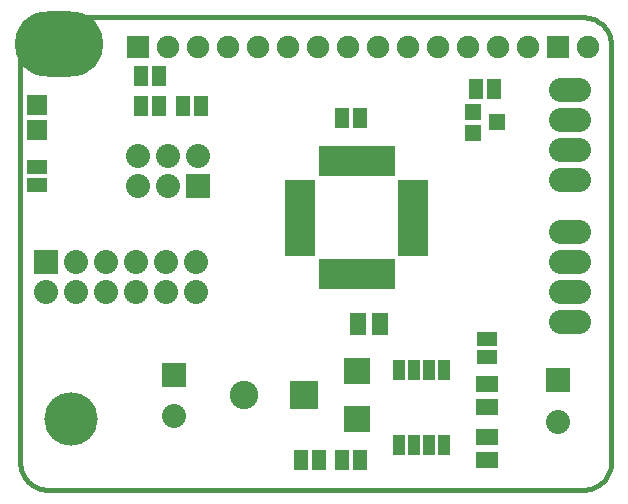
<source format=gbs>
G04 (created by PCBNEW-RS274X (2012-apr-16-27)-stable) date Sun 20 Jan 2013 09:00:02 PM CET*
G01*
G70*
G90*
%MOIN*%
G04 Gerber Fmt 3.4, Leading zero omitted, Abs format*
%FSLAX34Y34*%
G04 APERTURE LIST*
%ADD10C,0.006000*%
%ADD11C,0.015000*%
%ADD12R,0.037700X0.098700*%
%ADD13R,0.098700X0.037700*%
%ADD14R,0.056000X0.056000*%
%ADD15R,0.040000X0.065000*%
%ADD16R,0.075000X0.055000*%
%ADD17R,0.055000X0.075000*%
%ADD18R,0.045000X0.065000*%
%ADD19R,0.065000X0.045000*%
%ADD20R,0.075000X0.075000*%
%ADD21C,0.075000*%
%ADD22R,0.080000X0.080000*%
%ADD23C,0.080000*%
%ADD24R,0.067200X0.067200*%
%ADD25R,0.095000X0.095000*%
%ADD26C,0.095000*%
%ADD27R,0.086900X0.090800*%
%ADD28O,0.140000X0.080000*%
%ADD29O,0.295600X0.216900*%
%ADD30C,0.177500*%
G04 APERTURE END LIST*
G54D10*
G54D11*
X39370Y-40276D02*
X39370Y-54213D01*
X58110Y-39370D02*
X40276Y-39370D01*
X59055Y-54134D02*
X59055Y-40236D01*
X40276Y-55118D02*
X58228Y-55118D01*
X58229Y-55117D02*
X58307Y-55107D01*
X58385Y-55090D01*
X58460Y-55066D01*
X58533Y-55035D01*
X58604Y-54999D01*
X58670Y-54956D01*
X58733Y-54908D01*
X58792Y-54855D01*
X58845Y-54796D01*
X58893Y-54733D01*
X58936Y-54666D01*
X58972Y-54596D01*
X59003Y-54523D01*
X59027Y-54448D01*
X59044Y-54370D01*
X59054Y-54292D01*
X59058Y-54213D01*
X59054Y-54134D01*
X39371Y-54213D02*
X39375Y-54291D01*
X39385Y-54370D01*
X39402Y-54447D01*
X39426Y-54522D01*
X39456Y-54595D01*
X39493Y-54665D01*
X39535Y-54732D01*
X39583Y-54794D01*
X39637Y-54852D01*
X39695Y-54906D01*
X39757Y-54954D01*
X39824Y-54996D01*
X39894Y-55033D01*
X39967Y-55063D01*
X40042Y-55087D01*
X40119Y-55104D01*
X40198Y-55114D01*
X40276Y-55118D01*
X59055Y-40237D02*
X59048Y-40158D01*
X59034Y-40080D01*
X59014Y-40004D01*
X58987Y-39930D01*
X58953Y-39858D01*
X58914Y-39790D01*
X58868Y-39725D01*
X58817Y-39664D01*
X58762Y-39609D01*
X58701Y-39558D01*
X58636Y-39512D01*
X58568Y-39473D01*
X58496Y-39439D01*
X58422Y-39412D01*
X58346Y-39392D01*
X58268Y-39378D01*
X58189Y-39371D01*
X58111Y-39371D01*
X40276Y-39370D02*
X40198Y-39374D01*
X40119Y-39384D01*
X40042Y-39401D01*
X39967Y-39425D01*
X39894Y-39455D01*
X39824Y-39492D01*
X39757Y-39534D01*
X39694Y-39582D01*
X39636Y-39636D01*
X39582Y-39694D01*
X39534Y-39757D01*
X39492Y-39824D01*
X39455Y-39894D01*
X39425Y-39967D01*
X39401Y-40042D01*
X39384Y-40119D01*
X39374Y-40198D01*
X39370Y-40276D01*
G54D12*
X51684Y-44167D03*
X51369Y-44167D03*
X51054Y-44167D03*
X50739Y-44167D03*
X50424Y-44167D03*
X50109Y-44167D03*
X49794Y-44167D03*
X49479Y-44167D03*
X49481Y-47933D03*
X51691Y-47933D03*
X51371Y-47933D03*
X51051Y-47933D03*
X50741Y-47933D03*
X50421Y-47933D03*
X50111Y-47933D03*
X49791Y-47933D03*
G54D13*
X48691Y-44951D03*
X48691Y-45265D03*
X48691Y-45581D03*
X48691Y-45895D03*
X48691Y-46211D03*
X48691Y-46525D03*
X48691Y-46841D03*
X48691Y-47155D03*
X52471Y-44953D03*
X52471Y-45263D03*
X52471Y-45583D03*
X52471Y-45893D03*
X52471Y-46203D03*
X52471Y-46523D03*
X52471Y-46843D03*
X52471Y-47163D03*
G54D14*
X54443Y-42524D03*
X54443Y-43224D03*
X55243Y-42874D03*
G54D15*
X52006Y-53612D03*
X52506Y-53612D03*
X53006Y-53612D03*
X53506Y-53612D03*
X53506Y-51112D03*
X53006Y-51112D03*
X52506Y-51112D03*
X52006Y-51112D03*
G54D16*
X54921Y-51594D03*
X54921Y-52344D03*
X54921Y-53365D03*
X54921Y-54115D03*
G54D17*
X51359Y-49606D03*
X50609Y-49606D03*
G54D18*
X50694Y-42717D03*
X50094Y-42717D03*
X44001Y-42323D03*
X43401Y-42323D03*
X45379Y-42323D03*
X44779Y-42323D03*
X48716Y-54134D03*
X49316Y-54134D03*
X50094Y-54134D03*
X50694Y-54134D03*
G54D19*
X54921Y-50094D03*
X54921Y-50694D03*
X39921Y-44346D03*
X39921Y-44946D03*
G54D18*
X44001Y-41339D03*
X43401Y-41339D03*
X54543Y-41772D03*
X55143Y-41772D03*
G54D20*
X57307Y-40354D03*
G54D21*
X58307Y-40354D03*
G54D20*
X43303Y-40354D03*
G54D21*
X44303Y-40354D03*
X45303Y-40354D03*
X46303Y-40354D03*
X47303Y-40354D03*
X48303Y-40354D03*
X49303Y-40354D03*
X50303Y-40354D03*
X51303Y-40354D03*
X52303Y-40354D03*
X53303Y-40354D03*
X54303Y-40354D03*
X55303Y-40354D03*
X56303Y-40354D03*
G54D22*
X40217Y-47531D03*
G54D23*
X40217Y-48531D03*
X41217Y-47531D03*
X41217Y-48531D03*
X42217Y-47531D03*
X42217Y-48531D03*
X43217Y-47531D03*
X43217Y-48531D03*
X44217Y-47531D03*
X44217Y-48531D03*
X45217Y-47531D03*
X45217Y-48531D03*
G54D24*
X39921Y-43130D03*
X39921Y-42304D03*
G54D25*
X48835Y-51969D03*
G54D26*
X46835Y-51969D03*
G54D27*
X50591Y-52776D03*
X50591Y-51162D03*
G54D22*
X57283Y-51476D03*
G54D23*
X57283Y-52854D03*
G54D22*
X44488Y-51280D03*
G54D23*
X44488Y-52658D03*
G54D22*
X45291Y-44988D03*
G54D23*
X45291Y-43988D03*
X44291Y-44988D03*
X44291Y-43988D03*
X43291Y-44988D03*
X43291Y-43988D03*
G54D28*
X57677Y-41807D03*
X57677Y-42807D03*
X57677Y-43807D03*
X57677Y-44807D03*
X57677Y-46531D03*
X57677Y-47531D03*
X57677Y-48531D03*
X57677Y-49531D03*
G54D29*
X40669Y-40276D03*
G54D30*
X41063Y-52756D03*
M02*

</source>
